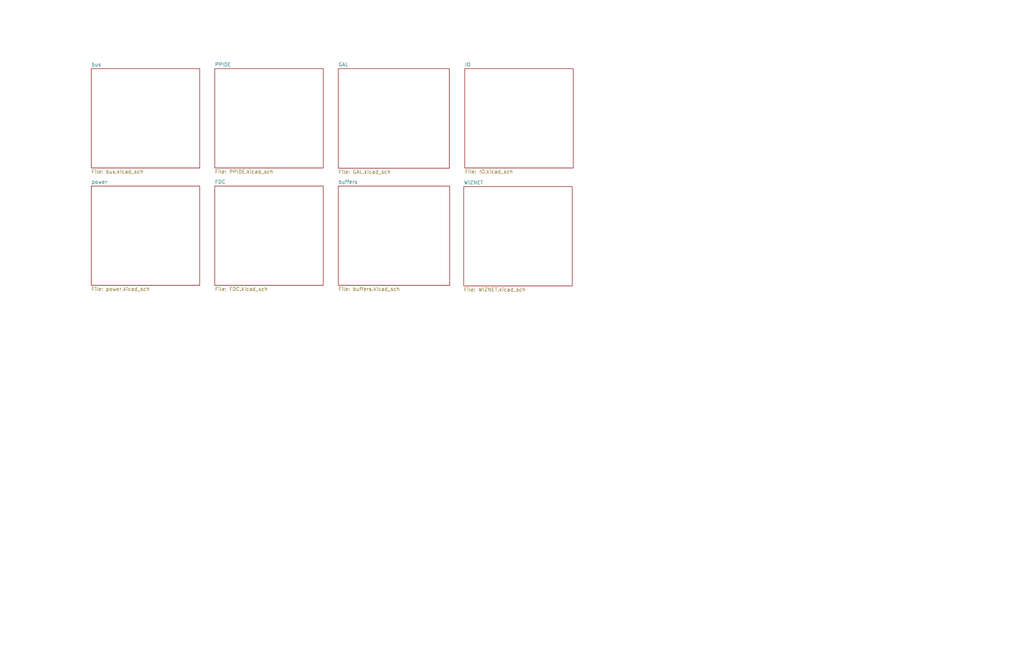
<source format=kicad_sch>
(kicad_sch (version 20211123) (generator eeschema)
  (paper "B")
  (lib_symbols)
  (sheet (at 142.66 28.97) (size 46.84 42.03)
    (property "Sheet name" "GAL" (at 142.66 28.1314 0) (effects (font (size 1.524 1.524)) (justify left bottom)))
    (property "Sheet file" "GAL.kicad_sch" (at 142.66 71.6862 0) (effects (font (size 1.524 1.524)) (justify left top)))
  )
  (sheet (at 142.66 78.5) (size 46.99 41.91)
    (property "Sheet name" "buffers" (at 142.66 77.6614 0) (effects (font (size 1.524 1.524)) (justify left bottom)))
    (property "Sheet file" "buffers.kicad_sch" (at 142.66 121.0962 0) (effects (font (size 1.524 1.524)) (justify left top)))
  )
  (sheet (at 38.52 28.97) (size 45.72 41.91)
    (property "Sheet name" "bus" (at 38.52 28.1314 0) (effects (font (size 1.524 1.524)) (justify left bottom)))
    (property "Sheet file" "bus.kicad_sch" (at 38.52 71.5662 0) (effects (font (size 1.524 1.524)) (justify left top)))
  )
  (sheet (at 38.52 78.5) (size 45.72 41.91)
    (property "Sheet name" "power" (at 38.52 77.6614 0) (effects (font (size 1.524 1.524)) (justify left bottom)))
    (property "Sheet file" "power.kicad_sch" (at 38.52 121.0962 0) (effects (font (size 1.524 1.524)) (justify left top)))
  )
  (sheet (at 90.59 28.97) (size 45.72 41.91)
    (property "Sheet name" "PPIDE" (at 90.59 28.1314 0) (effects (font (size 1.524 1.524)) (justify left bottom)))
    (property "Sheet file" "PPIDE.kicad_sch" (at 90.59 71.5662 0) (effects (font (size 1.524 1.524)) (justify left top)))
  )
  (sheet (at 90.59 78.5) (size 45.72 41.91)
    (property "Sheet name" "FDC" (at 90.59 77.6614 0) (effects (font (size 1.524 1.524)) (justify left bottom)))
    (property "Sheet file" "FDC.kicad_sch" (at 90.59 121.0962 0) (effects (font (size 1.524 1.524)) (justify left top)))
  )
  (sheet (at 196 28.97) (size 45.72 41.91)
    (property "Sheet name" "IO" (at 196 28.1314 0) (effects (font (size 1.524 1.524)) (justify left bottom)))
    (property "Sheet file" "IO.kicad_sch" (at 196 71.5662 0) (effects (font (size 1.524 1.524)) (justify left top)))
  )
  (sheet (at 195.58 78.74) (size 45.72 41.91)
    (property "Sheet name" "WIZNET" (at 195.58 77.9014 0) (effects (font (size 1.524 1.524)) (justify left bottom)))
    (property "Sheet file" "WIZNET.kicad_sch" (at 195.58 121.3362 0) (effects (font (size 1.524 1.524)) (justify left top)))
  )
)
</source>
